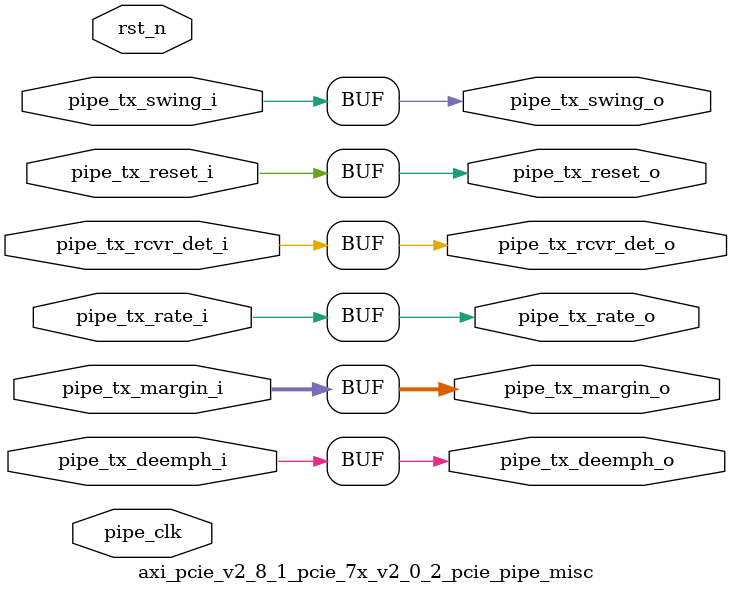
<source format=v>

`timescale 1ps/1ps

module axi_pcie_v2_8_1_pcie_7x_v2_0_2_pcie_pipe_misc #
(
    parameter        PIPE_PIPELINE_STAGES = 0    // 0 - 0 stages, 1 - 1 stage, 2 - 2 stages
)
(

    input   wire        pipe_tx_rcvr_det_i       ,     // PIPE Tx Receiver Detect
    input   wire        pipe_tx_reset_i          ,     // PIPE Tx Reset
    input   wire        pipe_tx_rate_i           ,     // PIPE Tx Rate
    input   wire        pipe_tx_deemph_i         ,     // PIPE Tx Deemphasis
    input   wire [2:0]  pipe_tx_margin_i         ,     // PIPE Tx Margin
    input   wire        pipe_tx_swing_i          ,     // PIPE Tx Swing

    output  wire        pipe_tx_rcvr_det_o       ,     // Pipelined PIPE Tx Receiver Detect
    output  wire        pipe_tx_reset_o          ,     // Pipelined PIPE Tx Reset
    output  wire        pipe_tx_rate_o           ,     // Pipelined PIPE Tx Rate
    output  wire        pipe_tx_deemph_o         ,     // Pipelined PIPE Tx Deemphasis
    output  wire [2:0]  pipe_tx_margin_o         ,     // Pipelined PIPE Tx Margin
    output  wire        pipe_tx_swing_o          ,     // Pipelined PIPE Tx Swing

    input   wire        pipe_clk                ,      // PIPE Clock
    input   wire        rst_n                          // Reset
);

//******************************************************************//
// Reality check.                                                   //
//******************************************************************//

    localparam TCQ  = 1;      // clock to out delay model

    generate

    if (PIPE_PIPELINE_STAGES == 0) begin : pipe_stages_0

        assign pipe_tx_rcvr_det_o = pipe_tx_rcvr_det_i;
        assign pipe_tx_reset_o  = pipe_tx_reset_i;
        assign pipe_tx_rate_o = pipe_tx_rate_i;
        assign pipe_tx_deemph_o = pipe_tx_deemph_i;
        assign pipe_tx_margin_o = pipe_tx_margin_i;
        assign pipe_tx_swing_o = pipe_tx_swing_i;

    end // if (PIPE_PIPELINE_STAGES == 0)
    else if (PIPE_PIPELINE_STAGES == 1) begin : pipe_stages_1

    reg                pipe_tx_rcvr_det_q       ;
    reg                pipe_tx_reset_q          ;
    reg                pipe_tx_rate_q           ;
    reg                pipe_tx_deemph_q         ;
    reg [2:0]          pipe_tx_margin_q         ;
    reg                pipe_tx_swing_q          ;

        always @(posedge pipe_clk) begin

        if (rst_n)
        begin

            pipe_tx_rcvr_det_q <= #TCQ 0;
            pipe_tx_reset_q  <= #TCQ 1'b1;
            pipe_tx_rate_q <= #TCQ 0;
            pipe_tx_deemph_q <= #TCQ 1'b1;
            pipe_tx_margin_q <= #TCQ 0;
            pipe_tx_swing_q <= #TCQ 0;

        end
        else
        begin

            pipe_tx_rcvr_det_q <= #TCQ pipe_tx_rcvr_det_i;
            pipe_tx_reset_q  <= #TCQ pipe_tx_reset_i;
            pipe_tx_rate_q <= #TCQ pipe_tx_rate_i;
            pipe_tx_deemph_q <= #TCQ pipe_tx_deemph_i;
            pipe_tx_margin_q <= #TCQ pipe_tx_margin_i;
            pipe_tx_swing_q <= #TCQ pipe_tx_swing_i;

          end

        end

        assign pipe_tx_rcvr_det_o = pipe_tx_rcvr_det_q;
        assign pipe_tx_reset_o  = pipe_tx_reset_q;
        assign pipe_tx_rate_o = pipe_tx_rate_q;
        assign pipe_tx_deemph_o = pipe_tx_deemph_q;
        assign pipe_tx_margin_o = pipe_tx_margin_q;
        assign pipe_tx_swing_o = pipe_tx_swing_q;

    end // if (PIPE_PIPELINE_STAGES == 1)
    else if (PIPE_PIPELINE_STAGES == 2) begin : pipe_stages_2

    reg                pipe_tx_rcvr_det_q       ;
    reg                pipe_tx_reset_q          ;
    reg                pipe_tx_rate_q           ;
    reg                pipe_tx_deemph_q         ;
    reg [2:0]          pipe_tx_margin_q         ;
    reg                pipe_tx_swing_q          ;

    reg                pipe_tx_rcvr_det_qq      ;
    reg                pipe_tx_reset_qq         ;
    reg                pipe_tx_rate_qq          ;
    reg                pipe_tx_deemph_qq        ;
    reg [2:0]          pipe_tx_margin_qq        ;
    reg                pipe_tx_swing_qq         ;

        always @(posedge pipe_clk) begin

        if (rst_n)
        begin

            pipe_tx_rcvr_det_q <= #TCQ 0;
            pipe_tx_reset_q  <= #TCQ 1'b1;
            pipe_tx_rate_q <= #TCQ 0;
            pipe_tx_deemph_q <= #TCQ 1'b1;
            pipe_tx_margin_q <= #TCQ 0;
            pipe_tx_swing_q <= #TCQ 0;

            pipe_tx_rcvr_det_qq <= #TCQ 0;
            pipe_tx_reset_qq  <= #TCQ 1'b1;
            pipe_tx_rate_qq <= #TCQ 0;
            pipe_tx_deemph_qq <= #TCQ 1'b1;
            pipe_tx_margin_qq <= #TCQ 0;
            pipe_tx_swing_qq <= #TCQ 0;

        end
        else
        begin

            pipe_tx_rcvr_det_q <= #TCQ pipe_tx_rcvr_det_i;
            pipe_tx_reset_q  <= #TCQ pipe_tx_reset_i;
            pipe_tx_rate_q <= #TCQ pipe_tx_rate_i;
            pipe_tx_deemph_q <= #TCQ pipe_tx_deemph_i;
            pipe_tx_margin_q <= #TCQ pipe_tx_margin_i;
            pipe_tx_swing_q <= #TCQ pipe_tx_swing_i;

            pipe_tx_rcvr_det_qq <= #TCQ pipe_tx_rcvr_det_q;
            pipe_tx_reset_qq  <= #TCQ pipe_tx_reset_q;
            pipe_tx_rate_qq <= #TCQ pipe_tx_rate_q;
            pipe_tx_deemph_qq <= #TCQ pipe_tx_deemph_q;
            pipe_tx_margin_qq <= #TCQ pipe_tx_margin_q;
            pipe_tx_swing_qq <= #TCQ pipe_tx_swing_q;

          end

        end

        assign pipe_tx_rcvr_det_o = pipe_tx_rcvr_det_qq;
        assign pipe_tx_reset_o  = pipe_tx_reset_qq;
        assign pipe_tx_rate_o = pipe_tx_rate_qq;
        assign pipe_tx_deemph_o = pipe_tx_deemph_qq;
        assign pipe_tx_margin_o = pipe_tx_margin_qq;
        assign pipe_tx_swing_o = pipe_tx_swing_qq;

    end // if (PIPE_PIPELINE_STAGES == 2)

    endgenerate

endmodule


</source>
